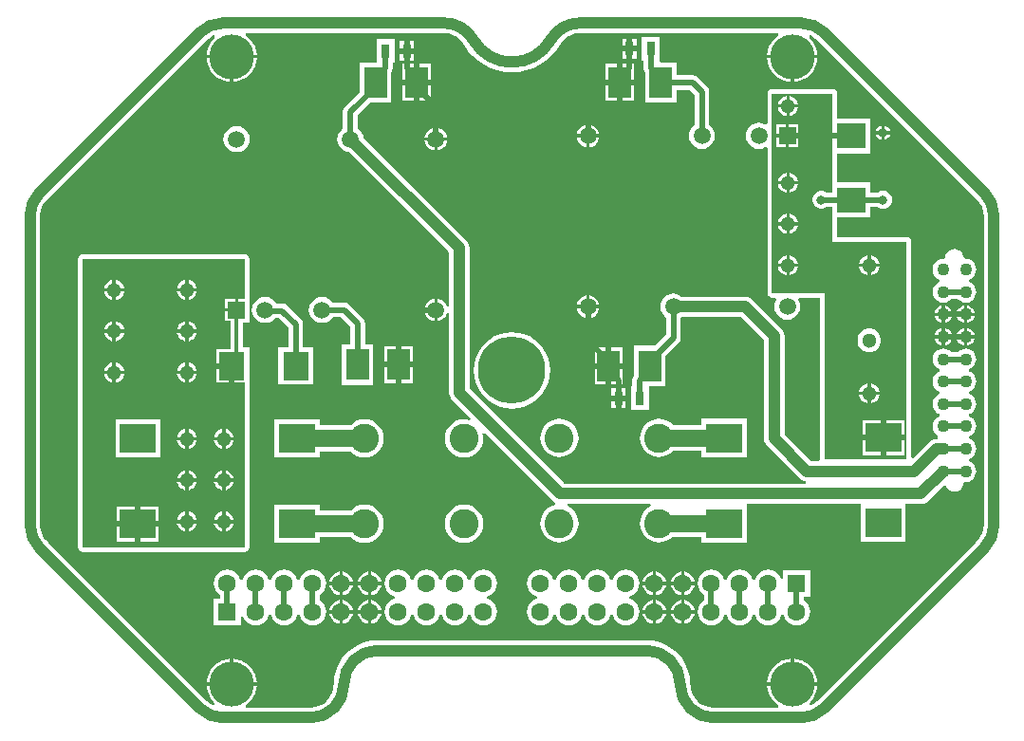
<source format=gtl>
G04*
G04 #@! TF.GenerationSoftware,Altium Limited,Altium Designer,22.1.2 (22)*
G04*
G04 Layer_Physical_Order=1*
G04 Layer_Color=5064179*
%FSAX42Y42*%
%MOMM*%
G71*
G04*
G04 #@! TF.SameCoordinates,E4BEF061-03AA-43A3-B299-508BB52D99EE*
G04*
G04*
G04 #@! TF.FilePolarity,Positive*
G04*
G01*
G75*
%ADD11C,0.30*%
%ADD33C,1.00*%
%ADD34R,0.80X1.30*%
%ADD35R,2.00X2.80*%
%ADD36R,2.30X2.50*%
%ADD37R,2.50X2.30*%
%ADD38R,3.20X2.60*%
%ADD39C,0.50*%
%ADD40C,0.70*%
%ADD41C,1.50*%
%ADD42R,1.52X1.52*%
%ADD43C,1.52*%
%ADD44C,1.10*%
%ADD45C,1.60*%
%ADD46R,1.60X1.60*%
%ADD47C,2.60*%
%ADD48C,1.30*%
%ADD49C,0.80*%
%ADD50C,6.00*%
%ADD51C,4.00*%
%ADD52C,0.60*%
G36*
X008947Y007319D02*
X008944Y007318D01*
X008910Y007290D01*
X008882Y007256D01*
X008861Y007217D01*
X008848Y007174D01*
X008845Y007145D01*
X009295D01*
X009292Y007174D01*
X009279Y007217D01*
X009258Y007256D01*
X009230Y007290D01*
X009222Y007296D01*
X009227Y007318D01*
X009235Y007319D01*
X009262Y007304D01*
X009279Y007291D01*
X009294Y007278D01*
X009308Y007264D01*
X010718Y005854D01*
X010720Y005852D01*
X010744Y005822D01*
X010764Y005786D01*
X010776Y005747D01*
X010780Y005706D01*
X010779Y005706D01*
X010779D01*
X010780Y005698D01*
Y002962D01*
X010779Y002954D01*
X010779D01*
X010780Y002954D01*
X010776Y002913D01*
X010764Y002874D01*
X010744Y002838D01*
X010731Y002821D01*
X010718Y002806D01*
X010704Y002792D01*
X009294Y001382D01*
X009294Y001382D01*
X009279Y001369D01*
X009262Y001356D01*
X009235Y001341D01*
X009227Y001342D01*
X009222Y001364D01*
X009230Y001370D01*
X009258Y001404D01*
X009279Y001443D01*
X009292Y001486D01*
X009295Y001515D01*
X008845D01*
X008848Y001486D01*
X008861Y001443D01*
X008882Y001404D01*
X008910Y001370D01*
X008944Y001342D01*
X008947Y001341D01*
X008942Y001321D01*
X008370D01*
X008368Y001320D01*
X008329Y001324D01*
X008290Y001336D01*
X008253Y001356D01*
X008222Y001382D01*
X008196Y001413D01*
X008176Y001450D01*
X008164Y001489D01*
X008162Y001510D01*
X008161Y001530D01*
X008161D01*
X008156Y001591D01*
X008142Y001651D01*
X008119Y001708D01*
X008086Y001760D01*
X008047Y001807D01*
X008000Y001846D01*
X007948Y001879D01*
X007891Y001902D01*
X007831Y001916D01*
X007770Y001921D01*
Y001921D01*
X005370D01*
Y001921D01*
X005309Y001916D01*
X005249Y001902D01*
X005192Y001879D01*
X005140Y001846D01*
X005093Y001807D01*
X005054Y001760D01*
X005021Y001708D01*
X004998Y001651D01*
X004984Y001591D01*
X004979Y001530D01*
X004979D01*
X004978Y001510D01*
X004976Y001489D01*
X004964Y001450D01*
X004944Y001413D01*
X004918Y001382D01*
X004887Y001356D01*
X004850Y001336D01*
X004811Y001324D01*
X004772Y001320D01*
X004770Y001321D01*
X004198D01*
X004193Y001341D01*
X004196Y001342D01*
X004230Y001370D01*
X004258Y001404D01*
X004279Y001443D01*
X004292Y001486D01*
X004295Y001515D01*
X003845D01*
X003848Y001486D01*
X003861Y001443D01*
X003882Y001404D01*
X003910Y001370D01*
X003918Y001364D01*
X003913Y001342D01*
X003905Y001341D01*
X003878Y001356D01*
X003848Y001380D01*
X003846Y001382D01*
X002436Y002792D01*
X002422Y002806D01*
X002409Y002821D01*
X002396Y002838D01*
X002376Y002874D01*
X002364Y002913D01*
X002362Y002935D01*
X002361Y002954D01*
X002361Y002954D01*
X002361Y002974D01*
Y005686D01*
X002361Y005686D01*
X002361Y005706D01*
X002362Y005725D01*
X002364Y005747D01*
X002376Y005786D01*
X002396Y005822D01*
X002409Y005839D01*
X002422Y005854D01*
X002422Y005854D01*
X003832Y007264D01*
X003846Y007278D01*
X003861Y007291D01*
X003878Y007304D01*
X003905Y007319D01*
X003913Y007318D01*
X003918Y007296D01*
X003910Y007290D01*
X003882Y007256D01*
X003861Y007217D01*
X003848Y007174D01*
X003845Y007145D01*
X004295D01*
X004292Y007174D01*
X004279Y007217D01*
X004258Y007256D01*
X004230Y007290D01*
X004196Y007318D01*
X004193Y007319D01*
X004198Y007339D01*
X005944D01*
X005944Y007339D01*
X005964Y007339D01*
X005983Y007338D01*
X006005Y007336D01*
X006044Y007324D01*
X006080Y007304D01*
X006112Y007278D01*
X006138Y007247D01*
X006145Y007234D01*
X006145Y007234D01*
X006180Y007181D01*
X006223Y007133D01*
X006271Y007090D01*
X006324Y007055D01*
X006382Y007026D01*
X006443Y007006D01*
X006506Y006993D01*
X006570Y006989D01*
X006634Y006993D01*
X006697Y007006D01*
X006758Y007026D01*
X006816Y007055D01*
X006869Y007090D01*
X006917Y007133D01*
X006960Y007181D01*
X006995Y007234D01*
X006995Y007234D01*
X007002Y007247D01*
X007028Y007278D01*
X007060Y007304D01*
X007096Y007324D01*
X007135Y007336D01*
X007157Y007338D01*
X007176Y007339D01*
Y007339D01*
X007176Y007339D01*
X008942D01*
X008947Y007319D01*
D02*
G37*
%LPC*%
G36*
X007684Y007290D02*
X007644D01*
Y007225D01*
X007684D01*
Y007290D01*
D02*
G37*
G36*
X007594D02*
X007554D01*
Y007225D01*
X007594D01*
Y007290D01*
D02*
G37*
G36*
X005696Y007270D02*
X005656D01*
Y007205D01*
X005696D01*
Y007270D01*
D02*
G37*
G36*
X005606D02*
X005566D01*
Y007205D01*
X005606D01*
Y007270D01*
D02*
G37*
G36*
X007684Y007175D02*
X007644D01*
Y007110D01*
X007684D01*
Y007175D01*
D02*
G37*
G36*
X007594D02*
X007554D01*
Y007110D01*
X007594D01*
Y007175D01*
D02*
G37*
G36*
X005696Y007155D02*
X005656D01*
Y007090D01*
X005696D01*
Y007155D01*
D02*
G37*
G36*
X005606D02*
X005566D01*
Y007090D01*
X005606D01*
Y007155D01*
D02*
G37*
G36*
X007655Y007065D02*
X007555D01*
Y006925D01*
X007655D01*
Y007065D01*
D02*
G37*
G36*
X007505D02*
X007405D01*
Y006925D01*
X007505D01*
Y007065D01*
D02*
G37*
G36*
X005845Y007065D02*
X005745D01*
Y006925D01*
X005845D01*
Y007065D01*
D02*
G37*
G36*
X005695D02*
X005595D01*
Y006925D01*
X005695D01*
Y007065D01*
D02*
G37*
G36*
X009295Y007115D02*
X009085D01*
Y006905D01*
X009114Y006908D01*
X009157Y006921D01*
X009196Y006942D01*
X009230Y006970D01*
X009258Y007004D01*
X009279Y007043D01*
X009292Y007086D01*
X009295Y007115D01*
D02*
G37*
G36*
X009055D02*
X008845D01*
X008848Y007086D01*
X008861Y007043D01*
X008882Y007004D01*
X008910Y006970D01*
X008944Y006942D01*
X008983Y006921D01*
X009026Y006908D01*
X009055Y006905D01*
Y007115D01*
D02*
G37*
G36*
X004295D02*
X004085D01*
Y006905D01*
X004114Y006908D01*
X004157Y006921D01*
X004196Y006942D01*
X004230Y006970D01*
X004258Y007004D01*
X004279Y007043D01*
X004292Y007086D01*
X004295Y007115D01*
D02*
G37*
G36*
X004055D02*
X003845D01*
X003848Y007086D01*
X003861Y007043D01*
X003882Y007004D01*
X003910Y006970D01*
X003944Y006942D01*
X003983Y006921D01*
X004026Y006908D01*
X004055Y006905D01*
Y007115D01*
D02*
G37*
G36*
X007655Y006875D02*
X007555D01*
Y006735D01*
X007655D01*
Y006875D01*
D02*
G37*
G36*
X007505D02*
X007405D01*
Y006735D01*
X007505D01*
Y006875D01*
D02*
G37*
G36*
X005845Y006875D02*
X005745D01*
Y006735D01*
X005845D01*
Y006875D01*
D02*
G37*
G36*
X005695D02*
X005595D01*
Y006735D01*
X005695D01*
Y006875D01*
D02*
G37*
G36*
X009895Y006513D02*
Y006465D01*
X009943D01*
X009941Y006475D01*
X009927Y006497D01*
X009905Y006511D01*
X009895Y006513D01*
D02*
G37*
G36*
X009865D02*
X009855Y006511D01*
X009833Y006497D01*
X009819Y006475D01*
X009817Y006465D01*
X009865D01*
Y006513D01*
D02*
G37*
G36*
X007263Y006522D02*
Y006437D01*
X007348D01*
X007346Y006448D01*
X007336Y006473D01*
X007320Y006494D01*
X007299Y006510D01*
X007274Y006521D01*
X007263Y006522D01*
D02*
G37*
G36*
X007233D02*
X007221Y006521D01*
X007197Y006510D01*
X007176Y006494D01*
X007159Y006473D01*
X007149Y006448D01*
X007148Y006437D01*
X007233D01*
Y006522D01*
D02*
G37*
G36*
X005907Y006494D02*
Y006409D01*
X005992D01*
X005990Y006420D01*
X005980Y006445D01*
X005964Y006466D01*
X005943Y006482D01*
X005918Y006493D01*
X005907Y006494D01*
D02*
G37*
G36*
X005877D02*
X005865Y006493D01*
X005841Y006482D01*
X005819Y006466D01*
X005803Y006445D01*
X005793Y006420D01*
X005791Y006409D01*
X005877D01*
Y006494D01*
D02*
G37*
G36*
X009943Y006435D02*
X009895D01*
Y006387D01*
X009905Y006389D01*
X009927Y006403D01*
X009941Y006425D01*
X009943Y006435D01*
D02*
G37*
G36*
X009865D02*
X009817D01*
X009819Y006425D01*
X009833Y006403D01*
X009855Y006389D01*
X009865Y006387D01*
Y006435D01*
D02*
G37*
G36*
X007348Y006407D02*
X007263D01*
Y006322D01*
X007274Y006323D01*
X007299Y006334D01*
X007320Y006350D01*
X007336Y006371D01*
X007346Y006396D01*
X007348Y006407D01*
D02*
G37*
G36*
X007233D02*
X007148D01*
X007149Y006396D01*
X007159Y006371D01*
X007176Y006350D01*
X007197Y006334D01*
X007221Y006323D01*
X007233Y006322D01*
Y006407D01*
D02*
G37*
G36*
X007889Y007305D02*
X007729D01*
Y007095D01*
X007743D01*
Y007029D01*
X007748Y007004D01*
X007758Y006988D01*
Y006720D01*
X008038D01*
Y006834D01*
X008153D01*
X008198Y006789D01*
Y006518D01*
X008181Y006505D01*
X008162Y006481D01*
X008151Y006452D01*
X008147Y006422D01*
X008151Y006392D01*
X008162Y006363D01*
X008181Y006339D01*
X008205Y006320D01*
X008233Y006309D01*
X008264Y006305D01*
X008294Y006309D01*
X008322Y006320D01*
X008347Y006339D01*
X008365Y006363D01*
X008377Y006392D01*
X008381Y006422D01*
X008377Y006452D01*
X008365Y006481D01*
X008347Y006505D01*
X008330Y006518D01*
Y006816D01*
X008325Y006842D01*
X008311Y006863D01*
X008227Y006947D01*
X008205Y006961D01*
X008180Y006966D01*
X008038D01*
Y007080D01*
X007901D01*
X007889Y007095D01*
Y007305D01*
D02*
G37*
G36*
X005992Y006379D02*
X005907D01*
Y006294D01*
X005918Y006295D01*
X005943Y006306D01*
X005964Y006322D01*
X005980Y006343D01*
X005990Y006368D01*
X005992Y006379D01*
D02*
G37*
G36*
X005877D02*
X005791D01*
X005793Y006368D01*
X005803Y006343D01*
X005819Y006322D01*
X005841Y006306D01*
X005865Y006295D01*
X005877Y006294D01*
Y006379D01*
D02*
G37*
G36*
X004114Y006511D02*
X004083Y006507D01*
X004055Y006496D01*
X004031Y006477D01*
X004012Y006453D01*
X004000Y006424D01*
X003996Y006394D01*
X004000Y006364D01*
X004012Y006335D01*
X004031Y006311D01*
X004055Y006292D01*
X004083Y006281D01*
X004114Y006277D01*
X004144Y006281D01*
X004172Y006292D01*
X004196Y006311D01*
X004215Y006335D01*
X004227Y006364D01*
X004231Y006394D01*
X004227Y006424D01*
X004215Y006453D01*
X004196Y006477D01*
X004172Y006496D01*
X004144Y006507D01*
X004114Y006511D01*
D02*
G37*
G36*
X005521Y007285D02*
X005361D01*
Y007080D01*
X005212D01*
Y006814D01*
X005083Y006685D01*
X005068Y006663D01*
X005063Y006638D01*
Y006490D01*
X005047Y006477D01*
X005028Y006453D01*
X005016Y006424D01*
X005012Y006394D01*
X005016Y006364D01*
X005028Y006335D01*
X005047Y006311D01*
X005071Y006292D01*
X005099Y006281D01*
X005117Y006278D01*
X006009Y005386D01*
Y004900D01*
X005990Y004896D01*
X005980Y004921D01*
X005964Y004942D01*
X005943Y004958D01*
X005918Y004969D01*
X005907Y004970D01*
Y004870D01*
Y004770D01*
X005918Y004771D01*
X005943Y004782D01*
X005964Y004798D01*
X005980Y004819D01*
X005990Y004844D01*
X006009Y004840D01*
Y004130D01*
X006012Y004107D01*
X006021Y004085D01*
X006036Y004066D01*
X006198Y003904D01*
X006187Y003886D01*
X006176Y003890D01*
X006142Y003893D01*
X006109Y003890D01*
X006077Y003880D01*
X006047Y003864D01*
X006021Y003843D01*
X006000Y003817D01*
X005984Y003787D01*
X005975Y003755D01*
X005971Y003722D01*
X005975Y003689D01*
X005984Y003657D01*
X006000Y003627D01*
X006021Y003601D01*
X006047Y003580D01*
X006077Y003564D01*
X006109Y003554D01*
X006142Y003551D01*
X006176Y003554D01*
X006208Y003564D01*
X006237Y003580D01*
X006263Y003601D01*
X006284Y003627D01*
X006300Y003657D01*
X006310Y003689D01*
X006313Y003722D01*
X006310Y003755D01*
X006306Y003767D01*
X006324Y003778D01*
X006936Y003166D01*
X006955Y003151D01*
X006955Y003151D01*
X006953Y003130D01*
X006927Y003123D01*
X006898Y003107D01*
X006872Y003085D01*
X006850Y003060D01*
X006835Y003030D01*
X006825Y002998D01*
X006822Y002965D01*
X006825Y002931D01*
X006835Y002899D01*
X006850Y002870D01*
X006872Y002844D01*
X006898Y002823D01*
X006927Y002807D01*
X006959Y002797D01*
X006993Y002794D01*
X007026Y002797D01*
X007058Y002807D01*
X007087Y002823D01*
X007113Y002844D01*
X007135Y002870D01*
X007150Y002899D01*
X007160Y002931D01*
X007163Y002965D01*
X007160Y002998D01*
X007150Y003030D01*
X007135Y003060D01*
X007113Y003085D01*
X007087Y003107D01*
X007064Y003119D01*
X007069Y003139D01*
X007805D01*
X007810Y003119D01*
X007787Y003107D01*
X007761Y003085D01*
X007739Y003060D01*
X007724Y003030D01*
X007714Y002998D01*
X007711Y002965D01*
X007714Y002931D01*
X007724Y002899D01*
X007739Y002870D01*
X007761Y002844D01*
X007787Y002823D01*
X007816Y002807D01*
X007848Y002797D01*
X007882Y002794D01*
X007915Y002797D01*
X007947Y002807D01*
X007976Y002823D01*
X008002Y002844D01*
X008004Y002846D01*
X008262D01*
Y002795D01*
X008662D01*
Y003119D01*
X008662Y003135D01*
X008681Y003139D01*
X009664D01*
X009682Y003137D01*
X009682Y003119D01*
Y002797D01*
X010082D01*
Y003119D01*
X010082Y003137D01*
X010101Y003139D01*
X010217D01*
X010241Y003142D01*
X010263Y003151D01*
X010282Y003166D01*
X010419Y003303D01*
X010442Y003298D01*
X010446Y003289D01*
X010459Y003272D01*
X010476Y003258D01*
X010496Y003250D01*
X010518Y003247D01*
X010539Y003250D01*
X010559Y003258D01*
X010577Y003272D01*
X010590Y003289D01*
X010598Y003309D01*
X010601Y003330D01*
X010621Y003335D01*
X010643Y003338D01*
X010666Y003347D01*
X010686Y003363D01*
X010701Y003382D01*
X010710Y003406D01*
X010714Y003430D01*
X010710Y003455D01*
X010701Y003478D01*
X010686Y003498D01*
X010666Y003513D01*
X010651Y003520D01*
Y003541D01*
X010666Y003547D01*
X010686Y003563D01*
X010701Y003582D01*
X010710Y003606D01*
X010714Y003630D01*
X010710Y003655D01*
X010701Y003678D01*
X010686Y003698D01*
X010666Y003713D01*
X010651Y003720D01*
Y003741D01*
X010666Y003747D01*
X010686Y003763D01*
X010701Y003782D01*
X010710Y003806D01*
X010714Y003830D01*
X010710Y003855D01*
X010701Y003878D01*
X010686Y003898D01*
X010666Y003913D01*
X010651Y003920D01*
Y003941D01*
X010666Y003947D01*
X010686Y003963D01*
X010701Y003982D01*
X010710Y004006D01*
X010714Y004030D01*
X010710Y004055D01*
X010701Y004078D01*
X010686Y004098D01*
X010666Y004113D01*
X010651Y004120D01*
Y004141D01*
X010666Y004147D01*
X010686Y004163D01*
X010701Y004182D01*
X010710Y004206D01*
X010714Y004230D01*
X010710Y004255D01*
X010701Y004278D01*
X010686Y004298D01*
X010666Y004313D01*
X010651Y004320D01*
Y004341D01*
X010666Y004347D01*
X010686Y004363D01*
X010701Y004382D01*
X010710Y004406D01*
X010714Y004430D01*
X010710Y004455D01*
X010701Y004478D01*
X010686Y004498D01*
X010666Y004513D01*
X010643Y004523D01*
X010618Y004526D01*
X010593Y004523D01*
X010570Y004513D01*
X010550Y004498D01*
X010549Y004497D01*
X010487D01*
X010486Y004498D01*
X010466Y004513D01*
X010443Y004523D01*
X010418Y004526D01*
X010393Y004523D01*
X010370Y004513D01*
X010350Y004498D01*
X010335Y004478D01*
X010325Y004455D01*
X010322Y004430D01*
X010325Y004406D01*
X010335Y004382D01*
X010350Y004363D01*
X010370Y004347D01*
X010385Y004341D01*
Y004320D01*
X010370Y004313D01*
X010350Y004298D01*
X010335Y004278D01*
X010325Y004255D01*
X010322Y004230D01*
X010325Y004206D01*
X010335Y004182D01*
X010350Y004163D01*
X010370Y004147D01*
X010385Y004141D01*
Y004120D01*
X010370Y004113D01*
X010350Y004098D01*
X010335Y004078D01*
X010325Y004055D01*
X010322Y004030D01*
X010325Y004006D01*
X010335Y003982D01*
X010350Y003963D01*
X010370Y003947D01*
X010385Y003941D01*
Y003920D01*
X010370Y003913D01*
X010350Y003898D01*
X010335Y003878D01*
X010325Y003855D01*
X010322Y003830D01*
X010325Y003806D01*
X010335Y003782D01*
X010350Y003763D01*
X010367Y003750D01*
X010370Y003741D01*
X010371Y003725D01*
X010365Y003719D01*
X010358D01*
X010335Y003716D01*
X010313Y003707D01*
X010294Y003693D01*
X010294Y003693D01*
X010151Y003549D01*
X010131Y003557D01*
Y005480D01*
X010128Y005496D01*
X010119Y005509D01*
X010106Y005518D01*
X010090Y005521D01*
X009471D01*
Y005697D01*
X009765D01*
Y005786D01*
X009835D01*
X009840Y005782D01*
X009859Y005774D01*
X009880Y005771D01*
X009901Y005774D01*
X009920Y005782D01*
X009937Y005795D01*
X009950Y005812D01*
X009958Y005831D01*
X009961Y005852D01*
X009958Y005873D01*
X009950Y005892D01*
X009937Y005909D01*
X009920Y005922D01*
X009901Y005930D01*
X009880Y005933D01*
X009859Y005930D01*
X009840Y005922D01*
X009835Y005918D01*
X009765D01*
Y006007D01*
X009471D01*
Y006267D01*
X009765D01*
Y006577D01*
X009471D01*
Y006800D01*
X009468Y006816D01*
X009459Y006829D01*
X009446Y006838D01*
X009430Y006841D01*
X008890Y006841D01*
X008874Y006838D01*
X008861Y006829D01*
X008852Y006816D01*
X008849Y006800D01*
Y006532D01*
X008831Y006523D01*
X008830Y006523D01*
X008802Y006535D01*
X008772Y006539D01*
X008741Y006535D01*
X008713Y006523D01*
X008689Y006505D01*
X008670Y006481D01*
X008659Y006452D01*
X008655Y006422D01*
X008659Y006392D01*
X008670Y006363D01*
X008689Y006339D01*
X008713Y006320D01*
X008741Y006309D01*
X008772Y006305D01*
X008802Y006309D01*
X008830Y006320D01*
X008831Y006321D01*
X008849Y006312D01*
Y005020D01*
X008852Y005004D01*
X008861Y004991D01*
X008874Y004982D01*
X008890Y004979D01*
X008919D01*
X008928Y004961D01*
X008924Y004957D01*
X008913Y004928D01*
X008909Y004898D01*
X008913Y004868D01*
X008924Y004839D01*
X008943Y004815D01*
X008967Y004796D01*
X008995Y004785D01*
X009026Y004781D01*
X009056Y004785D01*
X009084Y004796D01*
X009109Y004815D01*
X009127Y004839D01*
X009139Y004868D01*
X009143Y004898D01*
X009139Y004928D01*
X009127Y004957D01*
X009124Y004961D01*
X009133Y004979D01*
X009317D01*
Y003540D01*
X009301Y003521D01*
X009238D01*
X009001Y003758D01*
Y004640D01*
X008998Y004663D01*
X008989Y004685D01*
X008974Y004704D01*
X008716Y004962D01*
X008697Y004977D01*
X008676Y004986D01*
X008652Y004989D01*
X008082D01*
X008068Y004999D01*
X008040Y005011D01*
X008010Y005015D01*
X007979Y005011D01*
X007951Y004999D01*
X007927Y004981D01*
X007908Y004957D01*
X007897Y004928D01*
X007893Y004898D01*
X007897Y004868D01*
X007908Y004839D01*
X007927Y004815D01*
X007944Y004802D01*
Y004647D01*
X007846Y004550D01*
X007660D01*
Y004282D01*
X007650Y004266D01*
X007645Y004241D01*
Y004185D01*
X007631D01*
Y003975D01*
X007791D01*
Y004185D01*
X007809Y004190D01*
X007940D01*
Y004456D01*
X008057Y004573D01*
X008071Y004594D01*
X008076Y004620D01*
Y004802D01*
X008082Y004807D01*
X008614D01*
X008819Y004602D01*
Y003720D01*
X008822Y003697D01*
X008831Y003675D01*
X008846Y003656D01*
X009136Y003366D01*
X009155Y003351D01*
X009177Y003342D01*
X009188Y003341D01*
X009187Y003321D01*
X007038D01*
X006191Y004168D01*
Y005424D01*
X006188Y005447D01*
X006179Y005469D01*
X006164Y005488D01*
X005245Y006407D01*
X005243Y006424D01*
X005231Y006453D01*
X005212Y006477D01*
X005196Y006490D01*
Y006610D01*
X005305Y006720D01*
X005492D01*
Y006988D01*
X005502Y007004D01*
X005507Y007029D01*
Y007075D01*
X005521D01*
Y007285D01*
D02*
G37*
G36*
X010518Y005414D02*
X010496Y005411D01*
X010476Y005402D01*
X010459Y005389D01*
X010446Y005372D01*
X010437Y005352D01*
X010435Y005330D01*
X010415Y005326D01*
X010393Y005323D01*
X010370Y005313D01*
X010350Y005298D01*
X010335Y005278D01*
X010325Y005255D01*
X010322Y005230D01*
X010325Y005206D01*
X010335Y005182D01*
X010350Y005163D01*
X010370Y005147D01*
X010385Y005141D01*
Y005120D01*
X010370Y005113D01*
X010350Y005098D01*
X010335Y005078D01*
X010325Y005055D01*
X010322Y005030D01*
X010325Y005006D01*
X010335Y004982D01*
X010350Y004963D01*
X010370Y004947D01*
X010393Y004938D01*
X010418Y004935D01*
X010443Y004938D01*
X010466Y004947D01*
X010486Y004963D01*
X010487Y004964D01*
X010549D01*
X010550Y004963D01*
X010570Y004947D01*
X010593Y004938D01*
X010618Y004935D01*
X010643Y004938D01*
X010666Y004947D01*
X010686Y004963D01*
X010701Y004982D01*
X010710Y005006D01*
X010714Y005030D01*
X010710Y005055D01*
X010701Y005078D01*
X010686Y005098D01*
X010666Y005113D01*
X010651Y005120D01*
Y005141D01*
X010666Y005147D01*
X010686Y005163D01*
X010701Y005182D01*
X010710Y005206D01*
X010714Y005230D01*
X010710Y005255D01*
X010701Y005278D01*
X010686Y005298D01*
X010666Y005313D01*
X010643Y005323D01*
X010621Y005326D01*
X010601Y005330D01*
X010598Y005352D01*
X010590Y005372D01*
X010577Y005389D01*
X010559Y005402D01*
X010539Y005411D01*
X010518Y005414D01*
D02*
G37*
G36*
X007263Y004998D02*
Y004913D01*
X007348D01*
X007346Y004924D01*
X007336Y004949D01*
X007320Y004970D01*
X007299Y004986D01*
X007274Y004997D01*
X007263Y004998D01*
D02*
G37*
G36*
X007233D02*
X007221Y004997D01*
X007197Y004986D01*
X007176Y004970D01*
X007159Y004949D01*
X007149Y004924D01*
X007148Y004913D01*
X007233D01*
Y004998D01*
D02*
G37*
G36*
X005877Y004970D02*
X005865Y004969D01*
X005841Y004958D01*
X005819Y004942D01*
X005803Y004921D01*
X005793Y004896D01*
X005791Y004885D01*
X005877D01*
Y004970D01*
D02*
G37*
G36*
X010633Y004909D02*
Y004845D01*
X010697D01*
X010696Y004851D01*
X010688Y004871D01*
X010675Y004887D01*
X010658Y004900D01*
X010639Y004908D01*
X010633Y004909D01*
D02*
G37*
G36*
X010433D02*
Y004845D01*
X010497D01*
X010496Y004851D01*
X010488Y004871D01*
X010475Y004887D01*
X010458Y004900D01*
X010439Y004908D01*
X010433Y004909D01*
D02*
G37*
G36*
X010603D02*
X010597Y004908D01*
X010577Y004900D01*
X010561Y004887D01*
X010548Y004871D01*
X010540Y004851D01*
X010539Y004845D01*
X010603D01*
Y004909D01*
D02*
G37*
G36*
X010403D02*
X010397Y004908D01*
X010377Y004900D01*
X010361Y004887D01*
X010348Y004871D01*
X010340Y004851D01*
X010339Y004845D01*
X010403D01*
Y004909D01*
D02*
G37*
G36*
X007348Y004883D02*
X007263D01*
Y004798D01*
X007274Y004799D01*
X007299Y004810D01*
X007320Y004826D01*
X007336Y004847D01*
X007346Y004872D01*
X007348Y004883D01*
D02*
G37*
G36*
X007233D02*
X007148D01*
X007149Y004872D01*
X007159Y004847D01*
X007176Y004826D01*
X007197Y004810D01*
X007221Y004799D01*
X007233Y004798D01*
Y004883D01*
D02*
G37*
G36*
X005877Y004855D02*
X005791D01*
X005793Y004844D01*
X005803Y004819D01*
X005819Y004798D01*
X005841Y004782D01*
X005865Y004771D01*
X005877Y004770D01*
Y004855D01*
D02*
G37*
G36*
X010697Y004815D02*
X010633D01*
Y004752D01*
X010639Y004752D01*
X010658Y004761D01*
X010675Y004773D01*
X010688Y004790D01*
X010696Y004810D01*
X010697Y004815D01*
D02*
G37*
G36*
X010497D02*
X010433D01*
Y004752D01*
X010439Y004752D01*
X010458Y004761D01*
X010475Y004773D01*
X010488Y004790D01*
X010496Y004810D01*
X010497Y004815D01*
D02*
G37*
G36*
X010603D02*
X010539D01*
X010540Y004810D01*
X010548Y004790D01*
X010561Y004773D01*
X010577Y004761D01*
X010597Y004752D01*
X010603Y004752D01*
Y004815D01*
D02*
G37*
G36*
X010403D02*
X010339D01*
X010340Y004810D01*
X010348Y004790D01*
X010361Y004773D01*
X010377Y004761D01*
X010397Y004752D01*
X010403Y004752D01*
Y004815D01*
D02*
G37*
G36*
X010633Y004709D02*
Y004645D01*
X010697D01*
X010696Y004651D01*
X010688Y004671D01*
X010675Y004687D01*
X010658Y004700D01*
X010639Y004708D01*
X010633Y004709D01*
D02*
G37*
G36*
X010433D02*
Y004645D01*
X010497D01*
X010496Y004651D01*
X010488Y004671D01*
X010475Y004687D01*
X010458Y004700D01*
X010439Y004708D01*
X010433Y004709D01*
D02*
G37*
G36*
X010603D02*
X010597Y004708D01*
X010577Y004700D01*
X010561Y004687D01*
X010548Y004671D01*
X010540Y004651D01*
X010539Y004645D01*
X010603D01*
Y004709D01*
D02*
G37*
G36*
X010403D02*
X010397Y004708D01*
X010377Y004700D01*
X010361Y004687D01*
X010348Y004671D01*
X010340Y004651D01*
X010339Y004645D01*
X010403D01*
Y004709D01*
D02*
G37*
G36*
X010697Y004615D02*
X010633D01*
Y004552D01*
X010639Y004552D01*
X010658Y004561D01*
X010675Y004573D01*
X010688Y004590D01*
X010696Y004610D01*
X010697Y004615D01*
D02*
G37*
G36*
X010497D02*
X010433D01*
Y004552D01*
X010439Y004552D01*
X010458Y004561D01*
X010475Y004573D01*
X010488Y004590D01*
X010496Y004610D01*
X010497Y004615D01*
D02*
G37*
G36*
X010603D02*
X010539D01*
X010540Y004610D01*
X010548Y004590D01*
X010561Y004573D01*
X010577Y004561D01*
X010597Y004552D01*
X010603Y004552D01*
Y004615D01*
D02*
G37*
G36*
X010403D02*
X010339D01*
X010340Y004610D01*
X010348Y004590D01*
X010361Y004573D01*
X010377Y004561D01*
X010397Y004552D01*
X010403Y004552D01*
Y004615D01*
D02*
G37*
G36*
X005685Y004545D02*
X005585D01*
Y004405D01*
X005685D01*
Y004545D01*
D02*
G37*
G36*
X005535D02*
X005435D01*
Y004405D01*
X005535D01*
Y004545D01*
D02*
G37*
G36*
X007557Y004535D02*
X007457D01*
Y004395D01*
X007557D01*
Y004535D01*
D02*
G37*
G36*
X007407D02*
X007307D01*
Y004395D01*
X007407D01*
Y004535D01*
D02*
G37*
G36*
X005685Y004355D02*
X005585D01*
Y004215D01*
X005685D01*
Y004355D01*
D02*
G37*
G36*
X005535D02*
X005435D01*
Y004215D01*
X005535D01*
Y004355D01*
D02*
G37*
G36*
X007557Y004345D02*
X007457D01*
Y004205D01*
X007557D01*
Y004345D01*
D02*
G37*
G36*
X007407D02*
X007307D01*
Y004205D01*
X007407D01*
Y004345D01*
D02*
G37*
G36*
X004368Y004987D02*
X004337Y004983D01*
X004309Y004972D01*
X004285Y004953D01*
X004266Y004929D01*
X004254Y004900D01*
X004250Y004870D01*
X004254Y004840D01*
X004266Y004811D01*
X004285Y004787D01*
X004309Y004768D01*
X004337Y004757D01*
X004368Y004753D01*
X004398Y004757D01*
X004426Y004768D01*
X004450Y004787D01*
X004456Y004795D01*
X004491D01*
X004574Y004713D01*
Y004535D01*
X004485D01*
Y004205D01*
X004795D01*
Y004535D01*
X004706D01*
Y004740D01*
X004701Y004765D01*
X004687Y004787D01*
X004566Y004908D01*
X004544Y004922D01*
X004519Y004927D01*
X004470D01*
X004469Y004929D01*
X004450Y004953D01*
X004426Y004972D01*
X004398Y004983D01*
X004368Y004987D01*
D02*
G37*
G36*
X004876D02*
X004845Y004983D01*
X004817Y004972D01*
X004793Y004953D01*
X004774Y004929D01*
X004762Y004900D01*
X004758Y004870D01*
X004762Y004840D01*
X004774Y004811D01*
X004793Y004787D01*
X004817Y004768D01*
X004845Y004757D01*
X004876Y004753D01*
X004906Y004757D01*
X004934Y004768D01*
X004958Y004787D01*
X004971Y004804D01*
X005044D01*
X005125Y004723D01*
Y004560D01*
X005052D01*
Y004200D01*
X005332D01*
Y004560D01*
X005258D01*
Y004750D01*
X005253Y004775D01*
X005239Y004797D01*
X005119Y004917D01*
X005097Y004931D01*
X005072Y004936D01*
X004971D01*
X004958Y004953D01*
X004934Y004972D01*
X004906Y004983D01*
X004876Y004987D01*
D02*
G37*
G36*
X007586Y004170D02*
X007546D01*
Y004105D01*
X007586D01*
Y004170D01*
D02*
G37*
G36*
X007496D02*
X007456D01*
Y004105D01*
X007496D01*
Y004170D01*
D02*
G37*
G36*
X007586Y004055D02*
X007546D01*
Y003990D01*
X007586D01*
Y004055D01*
D02*
G37*
G36*
X007496D02*
X007456D01*
Y003990D01*
X007496D01*
Y004055D01*
D02*
G37*
G36*
X006570Y004671D02*
X006516Y004667D01*
X006464Y004654D01*
X006415Y004634D01*
X006369Y004606D01*
X006329Y004571D01*
X006294Y004531D01*
X006266Y004485D01*
X006245Y004435D01*
X006233Y004383D01*
X006229Y004330D01*
X006233Y004277D01*
X006245Y004225D01*
X006266Y004175D01*
X006294Y004130D01*
X006329Y004089D01*
X006369Y004054D01*
X006415Y004026D01*
X006464Y004006D01*
X006516Y003993D01*
X006570Y003989D01*
X006623Y003993D01*
X006675Y004006D01*
X006725Y004026D01*
X006770Y004054D01*
X006811Y004089D01*
X006846Y004130D01*
X006874Y004175D01*
X006894Y004225D01*
X006907Y004277D01*
X006911Y004330D01*
X006907Y004383D01*
X006894Y004435D01*
X006874Y004485D01*
X006846Y004531D01*
X006811Y004571D01*
X006770Y004606D01*
X006725Y004634D01*
X006675Y004654D01*
X006623Y004667D01*
X006570Y004671D01*
D02*
G37*
G36*
X005253Y003893D02*
X005220Y003890D01*
X005188Y003880D01*
X005158Y003864D01*
X005132Y003843D01*
X005128Y003838D01*
X004853D01*
Y003892D01*
X004453D01*
Y003552D01*
X004853D01*
Y003606D01*
X005128D01*
X005132Y003601D01*
X005158Y003580D01*
X005188Y003564D01*
X005220Y003554D01*
X005253Y003551D01*
X005287Y003554D01*
X005319Y003564D01*
X005348Y003580D01*
X005374Y003601D01*
X005395Y003627D01*
X005411Y003657D01*
X005421Y003689D01*
X005424Y003722D01*
X005421Y003755D01*
X005411Y003787D01*
X005395Y003817D01*
X005374Y003843D01*
X005348Y003864D01*
X005319Y003880D01*
X005287Y003890D01*
X005253Y003893D01*
D02*
G37*
G36*
X007882Y003898D02*
X007848Y003894D01*
X007816Y003885D01*
X007787Y003869D01*
X007761Y003847D01*
X007739Y003822D01*
X007724Y003792D01*
X007714Y003760D01*
X007711Y003727D01*
X007714Y003693D01*
X007724Y003661D01*
X007739Y003632D01*
X007761Y003606D01*
X007787Y003585D01*
X007816Y003569D01*
X007848Y003559D01*
X007882Y003556D01*
X007915Y003559D01*
X007947Y003569D01*
X007976Y003585D01*
X008002Y003606D01*
X008006Y003611D01*
X008262D01*
Y003557D01*
X008662D01*
Y003897D01*
X008262D01*
Y003843D01*
X008006D01*
X008002Y003847D01*
X007976Y003869D01*
X007947Y003885D01*
X007915Y003894D01*
X007882Y003898D01*
D02*
G37*
G36*
X006993D02*
X006959Y003894D01*
X006927Y003885D01*
X006898Y003869D01*
X006872Y003847D01*
X006850Y003822D01*
X006835Y003792D01*
X006825Y003760D01*
X006822Y003727D01*
X006825Y003693D01*
X006835Y003661D01*
X006850Y003632D01*
X006872Y003606D01*
X006898Y003585D01*
X006927Y003569D01*
X006959Y003559D01*
X006993Y003556D01*
X007026Y003559D01*
X007058Y003569D01*
X007087Y003585D01*
X007113Y003606D01*
X007135Y003632D01*
X007150Y003661D01*
X007160Y003693D01*
X007163Y003727D01*
X007160Y003760D01*
X007150Y003792D01*
X007135Y003822D01*
X007113Y003847D01*
X007087Y003869D01*
X007058Y003885D01*
X007026Y003894D01*
X006993Y003898D01*
D02*
G37*
G36*
X005253Y003131D02*
X005220Y003128D01*
X005188Y003118D01*
X005158Y003102D01*
X005132Y003081D01*
X005128Y003076D01*
X004853D01*
Y003130D01*
X004453D01*
Y002790D01*
X004853D01*
Y002844D01*
X005128D01*
X005132Y002839D01*
X005158Y002818D01*
X005188Y002802D01*
X005220Y002792D01*
X005253Y002789D01*
X005287Y002792D01*
X005319Y002802D01*
X005348Y002818D01*
X005374Y002839D01*
X005395Y002865D01*
X005411Y002895D01*
X005421Y002927D01*
X005424Y002960D01*
X005421Y002993D01*
X005411Y003025D01*
X005395Y003055D01*
X005374Y003081D01*
X005348Y003102D01*
X005319Y003118D01*
X005287Y003128D01*
X005253Y003131D01*
D02*
G37*
G36*
X006142D02*
X006109Y003128D01*
X006077Y003118D01*
X006047Y003102D01*
X006021Y003081D01*
X006000Y003055D01*
X005984Y003025D01*
X005975Y002993D01*
X005971Y002960D01*
X005975Y002927D01*
X005984Y002895D01*
X006000Y002865D01*
X006021Y002839D01*
X006047Y002818D01*
X006077Y002802D01*
X006109Y002792D01*
X006142Y002789D01*
X006176Y002792D01*
X006208Y002802D01*
X006237Y002818D01*
X006263Y002839D01*
X006284Y002865D01*
X006300Y002895D01*
X006310Y002927D01*
X006313Y002960D01*
X006310Y002993D01*
X006300Y003025D01*
X006284Y003055D01*
X006263Y003081D01*
X006237Y003102D01*
X006208Y003118D01*
X006176Y003128D01*
X006142Y003131D01*
D02*
G37*
G36*
X004185Y005366D02*
X002740D01*
X002724Y005363D01*
X002711Y005354D01*
X002702Y005341D01*
X002699Y005325D01*
Y004250D01*
Y002750D01*
X002702Y002734D01*
X002711Y002721D01*
X002724Y002712D01*
X002740Y002709D01*
X004185D01*
X004201Y002712D01*
X004214Y002721D01*
X004223Y002734D01*
X004226Y002750D01*
Y004140D01*
Y004220D01*
X004225Y004224D01*
Y004535D01*
X004170D01*
Y004754D01*
X004230D01*
Y004986D01*
X004226D01*
Y005325D01*
X004223Y005341D01*
X004214Y005354D01*
X004201Y005363D01*
X004185Y005366D01*
D02*
G37*
G36*
X006316Y002551D02*
X006284Y002547D01*
X006255Y002535D01*
X006230Y002516D01*
X006211Y002491D01*
X006199Y002461D01*
X006199Y002461D01*
X006179D01*
X006179Y002461D01*
X006167Y002491D01*
X006147Y002516D01*
X006122Y002535D01*
X006093Y002547D01*
X006062Y002551D01*
X006030Y002547D01*
X006001Y002535D01*
X005976Y002516D01*
X005957Y002491D01*
X005945Y002461D01*
X005945Y002461D01*
X005925D01*
X005925Y002461D01*
X005913Y002491D01*
X005893Y002516D01*
X005868Y002535D01*
X005839Y002547D01*
X005808Y002551D01*
X005776Y002547D01*
X005747Y002535D01*
X005722Y002516D01*
X005703Y002491D01*
X005691Y002461D01*
X005691Y002461D01*
X005671D01*
X005671Y002461D01*
X005659Y002491D01*
X005639Y002516D01*
X005614Y002535D01*
X005585Y002547D01*
X005554Y002551D01*
X005522Y002547D01*
X005493Y002535D01*
X005468Y002516D01*
X005449Y002491D01*
X005437Y002461D01*
X005433Y002430D01*
X005437Y002399D01*
X005449Y002369D01*
X005468Y002344D01*
X005493Y002325D01*
X005522Y002313D01*
X005522Y002313D01*
Y002293D01*
X005522Y002293D01*
X005493Y002281D01*
X005468Y002262D01*
X005449Y002237D01*
X005437Y002207D01*
X005433Y002176D01*
X005437Y002145D01*
X005449Y002115D01*
X005468Y002090D01*
X005493Y002071D01*
X005522Y002059D01*
X005554Y002055D01*
X005585Y002059D01*
X005614Y002071D01*
X005639Y002090D01*
X005659Y002115D01*
X005671Y002145D01*
X005671Y002145D01*
X005691D01*
X005691Y002145D01*
X005703Y002115D01*
X005722Y002090D01*
X005747Y002071D01*
X005776Y002059D01*
X005808Y002055D01*
X005839Y002059D01*
X005868Y002071D01*
X005893Y002090D01*
X005913Y002115D01*
X005925Y002145D01*
X005925Y002145D01*
X005945D01*
X005945Y002145D01*
X005957Y002115D01*
X005976Y002090D01*
X006001Y002071D01*
X006030Y002059D01*
X006062Y002055D01*
X006093Y002059D01*
X006122Y002071D01*
X006147Y002090D01*
X006167Y002115D01*
X006179Y002145D01*
X006179Y002145D01*
X006199D01*
X006199Y002145D01*
X006211Y002115D01*
X006230Y002090D01*
X006255Y002071D01*
X006284Y002059D01*
X006316Y002055D01*
X006347Y002059D01*
X006376Y002071D01*
X006401Y002090D01*
X006421Y002115D01*
X006433Y002145D01*
X006437Y002176D01*
X006433Y002207D01*
X006421Y002237D01*
X006401Y002262D01*
X006376Y002281D01*
X006347Y002293D01*
X006347Y002293D01*
Y002313D01*
X006347Y002313D01*
X006376Y002325D01*
X006401Y002344D01*
X006421Y002369D01*
X006433Y002399D01*
X006437Y002430D01*
X006433Y002461D01*
X006421Y002491D01*
X006401Y002516D01*
X006376Y002535D01*
X006347Y002547D01*
X006316Y002551D01*
D02*
G37*
G36*
X004792D02*
X004760Y002547D01*
X004731Y002535D01*
X004706Y002516D01*
X004687Y002491D01*
X004675Y002461D01*
X004675Y002461D01*
X004655D01*
X004655Y002461D01*
X004643Y002491D01*
X004623Y002516D01*
X004598Y002535D01*
X004569Y002547D01*
X004538Y002551D01*
X004506Y002547D01*
X004477Y002535D01*
X004452Y002516D01*
X004433Y002491D01*
X004421Y002461D01*
X004421Y002461D01*
X004401D01*
X004401Y002461D01*
X004389Y002491D01*
X004369Y002516D01*
X004344Y002535D01*
X004315Y002547D01*
X004284Y002551D01*
X004252Y002547D01*
X004223Y002535D01*
X004198Y002516D01*
X004179Y002491D01*
X004167Y002461D01*
X004167Y002461D01*
X004147D01*
X004147Y002461D01*
X004135Y002491D01*
X004115Y002516D01*
X004090Y002535D01*
X004061Y002547D01*
X004030Y002551D01*
X003998Y002547D01*
X003969Y002535D01*
X003944Y002516D01*
X003925Y002491D01*
X003913Y002461D01*
X003909Y002430D01*
X003913Y002399D01*
X003925Y002369D01*
X003944Y002344D01*
X003963Y002330D01*
Y002296D01*
X003910D01*
Y002056D01*
X004150D01*
Y002134D01*
X004170Y002138D01*
X004179Y002115D01*
X004198Y002090D01*
X004223Y002071D01*
X004252Y002059D01*
X004284Y002055D01*
X004315Y002059D01*
X004344Y002071D01*
X004369Y002090D01*
X004389Y002115D01*
X004401Y002145D01*
X004401Y002145D01*
X004421D01*
X004421Y002145D01*
X004433Y002115D01*
X004452Y002090D01*
X004477Y002071D01*
X004506Y002059D01*
X004538Y002055D01*
X004569Y002059D01*
X004598Y002071D01*
X004623Y002090D01*
X004643Y002115D01*
X004655Y002145D01*
X004655Y002145D01*
X004675D01*
X004675Y002145D01*
X004687Y002115D01*
X004706Y002090D01*
X004731Y002071D01*
X004760Y002059D01*
X004792Y002055D01*
X004823Y002059D01*
X004852Y002071D01*
X004877Y002090D01*
X004897Y002115D01*
X004909Y002145D01*
X004913Y002176D01*
X004909Y002207D01*
X004897Y002237D01*
X004877Y002262D01*
X004858Y002276D01*
Y002330D01*
X004877Y002344D01*
X004897Y002369D01*
X004909Y002399D01*
X004913Y002430D01*
X004909Y002461D01*
X004897Y002491D01*
X004877Y002516D01*
X004852Y002535D01*
X004823Y002547D01*
X004792Y002551D01*
D02*
G37*
G36*
X008856Y002551D02*
X008824Y002547D01*
X008795Y002535D01*
X008770Y002516D01*
X008751Y002491D01*
X008739Y002461D01*
X008739Y002461D01*
X008719D01*
X008719Y002461D01*
X008707Y002491D01*
X008687Y002516D01*
X008662Y002535D01*
X008633Y002547D01*
X008602Y002551D01*
X008570Y002547D01*
X008541Y002535D01*
X008516Y002516D01*
X008497Y002491D01*
X008485Y002461D01*
X008485Y002461D01*
X008465D01*
X008465Y002461D01*
X008453Y002491D01*
X008433Y002516D01*
X008408Y002535D01*
X008379Y002547D01*
X008348Y002551D01*
X008316Y002547D01*
X008287Y002535D01*
X008262Y002516D01*
X008243Y002491D01*
X008231Y002461D01*
X008227Y002430D01*
X008231Y002399D01*
X008243Y002369D01*
X008262Y002344D01*
X008281Y002330D01*
Y002276D01*
X008262Y002262D01*
X008243Y002237D01*
X008231Y002207D01*
X008227Y002176D01*
X008231Y002145D01*
X008243Y002115D01*
X008262Y002090D01*
X008287Y002071D01*
X008316Y002059D01*
X008348Y002055D01*
X008379Y002059D01*
X008408Y002071D01*
X008433Y002090D01*
X008453Y002115D01*
X008465Y002145D01*
X008465Y002145D01*
X008485D01*
X008485Y002145D01*
X008497Y002115D01*
X008516Y002090D01*
X008541Y002071D01*
X008570Y002059D01*
X008602Y002055D01*
X008633Y002059D01*
X008662Y002071D01*
X008687Y002090D01*
X008707Y002115D01*
X008719Y002145D01*
X008719Y002145D01*
X008739D01*
X008739Y002145D01*
X008751Y002115D01*
X008770Y002090D01*
X008795Y002071D01*
X008824Y002059D01*
X008856Y002055D01*
X008887Y002059D01*
X008916Y002071D01*
X008941Y002090D01*
X008961Y002115D01*
X008973Y002145D01*
X008973Y002145D01*
X008993D01*
X008993Y002145D01*
X009005Y002115D01*
X009024Y002090D01*
X009049Y002071D01*
X009078Y002059D01*
X009110Y002055D01*
X009141Y002059D01*
X009170Y002071D01*
X009195Y002090D01*
X009215Y002115D01*
X009227Y002145D01*
X009231Y002176D01*
X009227Y002207D01*
X009215Y002237D01*
X009195Y002262D01*
X009176Y002276D01*
Y002310D01*
X009230D01*
Y002550D01*
X008990D01*
Y002472D01*
X008970Y002468D01*
X008961Y002491D01*
X008941Y002516D01*
X008916Y002535D01*
X008887Y002547D01*
X008856Y002551D01*
D02*
G37*
G36*
X007586D02*
X007554Y002547D01*
X007525Y002535D01*
X007500Y002516D01*
X007481Y002491D01*
X007469Y002461D01*
X007469Y002461D01*
X007449D01*
X007449Y002461D01*
X007437Y002491D01*
X007417Y002516D01*
X007392Y002535D01*
X007363Y002547D01*
X007332Y002551D01*
X007300Y002547D01*
X007271Y002535D01*
X007246Y002516D01*
X007227Y002491D01*
X007215Y002461D01*
X007215Y002461D01*
X007195D01*
X007195Y002461D01*
X007183Y002491D01*
X007163Y002516D01*
X007138Y002535D01*
X007109Y002547D01*
X007078Y002551D01*
X007046Y002547D01*
X007017Y002535D01*
X006992Y002516D01*
X006973Y002491D01*
X006961Y002461D01*
X006961Y002461D01*
X006941D01*
X006941Y002461D01*
X006929Y002491D01*
X006909Y002516D01*
X006884Y002535D01*
X006855Y002547D01*
X006824Y002551D01*
X006792Y002547D01*
X006763Y002535D01*
X006738Y002516D01*
X006719Y002491D01*
X006707Y002461D01*
X006703Y002430D01*
X006707Y002399D01*
X006719Y002369D01*
X006738Y002344D01*
X006763Y002325D01*
X006792Y002313D01*
X006792Y002313D01*
Y002293D01*
X006792Y002293D01*
X006763Y002281D01*
X006738Y002262D01*
X006719Y002237D01*
X006707Y002207D01*
X006703Y002176D01*
X006707Y002145D01*
X006719Y002115D01*
X006738Y002090D01*
X006763Y002071D01*
X006792Y002059D01*
X006824Y002055D01*
X006855Y002059D01*
X006884Y002071D01*
X006909Y002090D01*
X006929Y002115D01*
X006941Y002145D01*
X006941Y002145D01*
X006961D01*
X006961Y002145D01*
X006973Y002115D01*
X006992Y002090D01*
X007017Y002071D01*
X007046Y002059D01*
X007078Y002055D01*
X007109Y002059D01*
X007138Y002071D01*
X007163Y002090D01*
X007183Y002115D01*
X007195Y002145D01*
X007195Y002145D01*
X007215D01*
X007215Y002145D01*
X007227Y002115D01*
X007246Y002090D01*
X007271Y002071D01*
X007300Y002059D01*
X007332Y002055D01*
X007363Y002059D01*
X007392Y002071D01*
X007417Y002090D01*
X007437Y002115D01*
X007449Y002145D01*
X007449Y002145D01*
X007469D01*
X007469Y002145D01*
X007481Y002115D01*
X007500Y002090D01*
X007525Y002071D01*
X007554Y002059D01*
X007586Y002055D01*
X007617Y002059D01*
X007646Y002071D01*
X007671Y002090D01*
X007691Y002115D01*
X007703Y002145D01*
X007707Y002176D01*
X007703Y002207D01*
X007691Y002237D01*
X007671Y002262D01*
X007646Y002281D01*
X007617Y002293D01*
X007617Y002293D01*
Y002313D01*
X007617Y002313D01*
X007646Y002325D01*
X007671Y002344D01*
X007691Y002369D01*
X007703Y002399D01*
X007707Y002430D01*
X007703Y002461D01*
X007691Y002491D01*
X007671Y002516D01*
X007646Y002535D01*
X007617Y002547D01*
X007586Y002551D01*
D02*
G37*
G36*
X005315Y002534D02*
Y002445D01*
X005404D01*
X005402Y002457D01*
X005391Y002483D01*
X005375Y002505D01*
X005353Y002522D01*
X005327Y002532D01*
X005315Y002534D01*
D02*
G37*
G36*
X005285D02*
X005272Y002532D01*
X005247Y002522D01*
X005225Y002505D01*
X005208Y002483D01*
X005197Y002457D01*
X005196Y002445D01*
X005285D01*
Y002534D01*
D02*
G37*
G36*
X005061D02*
Y002445D01*
X005150D01*
X005148Y002457D01*
X005137Y002483D01*
X005121Y002505D01*
X005099Y002522D01*
X005073Y002532D01*
X005061Y002534D01*
D02*
G37*
G36*
X005031D02*
X005018Y002532D01*
X004993Y002522D01*
X004971Y002505D01*
X004954Y002483D01*
X004943Y002457D01*
X004942Y002445D01*
X005031D01*
Y002534D01*
D02*
G37*
G36*
X007855Y002534D02*
Y002445D01*
X007944D01*
X007942Y002457D01*
X007931Y002483D01*
X007915Y002505D01*
X007893Y002522D01*
X007867Y002532D01*
X007855Y002534D01*
D02*
G37*
G36*
X008109D02*
Y002445D01*
X008198D01*
X008196Y002457D01*
X008185Y002483D01*
X008169Y002505D01*
X008147Y002522D01*
X008121Y002532D01*
X008109Y002534D01*
D02*
G37*
G36*
X007825Y002534D02*
X007812Y002532D01*
X007787Y002522D01*
X007765Y002505D01*
X007748Y002483D01*
X007737Y002457D01*
X007736Y002445D01*
X007825D01*
Y002534D01*
D02*
G37*
G36*
X008079D02*
X008066Y002532D01*
X008041Y002522D01*
X008019Y002505D01*
X008002Y002483D01*
X007991Y002457D01*
X007990Y002445D01*
X008079D01*
Y002534D01*
D02*
G37*
G36*
X005404Y002415D02*
X005315D01*
Y002326D01*
X005327Y002328D01*
X005353Y002338D01*
X005375Y002355D01*
X005391Y002377D01*
X005402Y002403D01*
X005404Y002415D01*
D02*
G37*
G36*
X005285D02*
X005196D01*
X005197Y002403D01*
X005208Y002377D01*
X005225Y002355D01*
X005247Y002338D01*
X005272Y002328D01*
X005285Y002326D01*
Y002415D01*
D02*
G37*
G36*
X005150D02*
X005061D01*
Y002326D01*
X005073Y002328D01*
X005099Y002338D01*
X005121Y002355D01*
X005137Y002377D01*
X005148Y002403D01*
X005150Y002415D01*
D02*
G37*
G36*
X005031D02*
X004942D01*
X004943Y002403D01*
X004954Y002377D01*
X004971Y002355D01*
X004993Y002338D01*
X005018Y002328D01*
X005031Y002326D01*
Y002415D01*
D02*
G37*
G36*
X008079Y002415D02*
X007990D01*
X007991Y002403D01*
X008002Y002377D01*
X008019Y002355D01*
X008041Y002338D01*
X008066Y002328D01*
X008079Y002326D01*
Y002415D01*
D02*
G37*
G36*
X007825D02*
X007736D01*
X007737Y002403D01*
X007748Y002377D01*
X007765Y002355D01*
X007787Y002338D01*
X007812Y002328D01*
X007825Y002326D01*
Y002415D01*
D02*
G37*
G36*
X008198D02*
X008109D01*
Y002326D01*
X008121Y002328D01*
X008147Y002338D01*
X008169Y002355D01*
X008185Y002377D01*
X008196Y002403D01*
X008198Y002415D01*
D02*
G37*
G36*
X007944D02*
X007855D01*
Y002326D01*
X007867Y002328D01*
X007893Y002338D01*
X007915Y002355D01*
X007931Y002377D01*
X007942Y002403D01*
X007944Y002415D01*
D02*
G37*
G36*
X005315Y002280D02*
Y002191D01*
X005404D01*
X005402Y002203D01*
X005391Y002229D01*
X005375Y002251D01*
X005353Y002268D01*
X005327Y002278D01*
X005315Y002280D01*
D02*
G37*
G36*
X005285D02*
X005272Y002278D01*
X005247Y002268D01*
X005225Y002251D01*
X005208Y002229D01*
X005197Y002203D01*
X005196Y002191D01*
X005285D01*
Y002280D01*
D02*
G37*
G36*
X005061D02*
Y002191D01*
X005150D01*
X005148Y002203D01*
X005137Y002229D01*
X005121Y002251D01*
X005099Y002268D01*
X005073Y002278D01*
X005061Y002280D01*
D02*
G37*
G36*
X005031D02*
X005018Y002278D01*
X004993Y002268D01*
X004971Y002251D01*
X004954Y002229D01*
X004943Y002203D01*
X004942Y002191D01*
X005031D01*
Y002280D01*
D02*
G37*
G36*
X007855Y002280D02*
Y002191D01*
X007944D01*
X007942Y002203D01*
X007931Y002229D01*
X007915Y002251D01*
X007893Y002268D01*
X007867Y002278D01*
X007855Y002280D01*
D02*
G37*
G36*
X008109D02*
Y002191D01*
X008198D01*
X008196Y002203D01*
X008185Y002229D01*
X008169Y002251D01*
X008147Y002268D01*
X008121Y002278D01*
X008109Y002280D01*
D02*
G37*
G36*
X007825Y002280D02*
X007812Y002278D01*
X007787Y002268D01*
X007765Y002251D01*
X007748Y002229D01*
X007737Y002203D01*
X007736Y002191D01*
X007825D01*
Y002280D01*
D02*
G37*
G36*
X008079D02*
X008066Y002278D01*
X008041Y002268D01*
X008019Y002251D01*
X008002Y002229D01*
X007991Y002203D01*
X007990Y002191D01*
X008079D01*
Y002280D01*
D02*
G37*
G36*
X005404Y002161D02*
X005315D01*
Y002072D01*
X005327Y002074D01*
X005353Y002084D01*
X005375Y002101D01*
X005391Y002123D01*
X005402Y002149D01*
X005404Y002161D01*
D02*
G37*
G36*
X005285D02*
X005196D01*
X005197Y002149D01*
X005208Y002123D01*
X005225Y002101D01*
X005247Y002084D01*
X005272Y002074D01*
X005285Y002072D01*
Y002161D01*
D02*
G37*
G36*
X005150D02*
X005061D01*
Y002072D01*
X005073Y002074D01*
X005099Y002084D01*
X005121Y002101D01*
X005137Y002123D01*
X005148Y002149D01*
X005150Y002161D01*
D02*
G37*
G36*
X005031D02*
X004942D01*
X004943Y002149D01*
X004954Y002123D01*
X004971Y002101D01*
X004993Y002084D01*
X005018Y002074D01*
X005031Y002072D01*
Y002161D01*
D02*
G37*
G36*
X008079Y002161D02*
X007990D01*
X007991Y002149D01*
X008002Y002123D01*
X008019Y002101D01*
X008041Y002084D01*
X008066Y002074D01*
X008079Y002072D01*
Y002161D01*
D02*
G37*
G36*
X007825D02*
X007736D01*
X007737Y002149D01*
X007748Y002123D01*
X007765Y002101D01*
X007787Y002084D01*
X007812Y002074D01*
X007825Y002072D01*
Y002161D01*
D02*
G37*
G36*
X008198D02*
X008109D01*
Y002072D01*
X008121Y002074D01*
X008147Y002084D01*
X008169Y002101D01*
X008185Y002123D01*
X008196Y002149D01*
X008198Y002161D01*
D02*
G37*
G36*
X007944D02*
X007855D01*
Y002072D01*
X007867Y002074D01*
X007893Y002084D01*
X007915Y002101D01*
X007931Y002123D01*
X007942Y002149D01*
X007944Y002161D01*
D02*
G37*
G36*
X009085Y001755D02*
Y001545D01*
X009295D01*
X009292Y001574D01*
X009279Y001617D01*
X009258Y001656D01*
X009230Y001690D01*
X009196Y001718D01*
X009157Y001739D01*
X009114Y001752D01*
X009085Y001755D01*
D02*
G37*
G36*
X009055D02*
X009026Y001752D01*
X008983Y001739D01*
X008944Y001718D01*
X008910Y001690D01*
X008882Y001656D01*
X008861Y001617D01*
X008848Y001574D01*
X008845Y001545D01*
X009055D01*
Y001755D01*
D02*
G37*
G36*
X004085D02*
Y001545D01*
X004295D01*
X004292Y001574D01*
X004279Y001617D01*
X004258Y001656D01*
X004230Y001690D01*
X004196Y001718D01*
X004157Y001739D01*
X004114Y001752D01*
X004085Y001755D01*
D02*
G37*
G36*
X004055D02*
X004026Y001752D01*
X003983Y001739D01*
X003944Y001718D01*
X003910Y001690D01*
X003882Y001656D01*
X003861Y001617D01*
X003848Y001574D01*
X003845Y001545D01*
X004055D01*
Y001755D01*
D02*
G37*
%LPD*%
G36*
X009430Y006800D02*
Y005918D01*
X009376D01*
X009361Y005926D01*
X009341Y005932D01*
X009319D01*
X009299Y005926D01*
X009281Y005916D01*
X009266Y005901D01*
X009255Y005883D01*
X009250Y005862D01*
Y005841D01*
X009255Y005821D01*
X009266Y005803D01*
X009281Y005788D01*
X009299Y005777D01*
X009319Y005772D01*
X009341D01*
X009361Y005777D01*
X009376Y005786D01*
X009430D01*
Y005480D01*
X010090D01*
Y003540D01*
X009358D01*
Y005020D01*
X008890D01*
Y006800D01*
X009430Y006800D01*
D02*
G37*
%LPC*%
G36*
X009047Y006779D02*
Y006705D01*
X009122D01*
X009116Y006725D01*
X009105Y006745D01*
X009088Y006762D01*
X009067Y006774D01*
X009047Y006779D01*
D02*
G37*
G36*
X009018D02*
X008998Y006774D01*
X008977Y006762D01*
X008960Y006745D01*
X008949Y006725D01*
X008943Y006705D01*
X009018D01*
Y006779D01*
D02*
G37*
G36*
X009122Y006675D02*
X009047D01*
Y006601D01*
X009067Y006606D01*
X009088Y006618D01*
X009105Y006635D01*
X009116Y006655D01*
X009122Y006675D01*
D02*
G37*
G36*
X009018D02*
X008943D01*
X008949Y006655D01*
X008960Y006635D01*
X008977Y006618D01*
X008998Y006606D01*
X009018Y006601D01*
Y006675D01*
D02*
G37*
G36*
X009127Y006523D02*
X009041D01*
Y006437D01*
X009127D01*
Y006523D01*
D02*
G37*
G36*
X009011D02*
X008925D01*
Y006437D01*
X009011D01*
Y006523D01*
D02*
G37*
G36*
X009127Y006407D02*
X009041D01*
Y006321D01*
X009127D01*
Y006407D01*
D02*
G37*
G36*
X009011D02*
X008925D01*
Y006321D01*
X009011D01*
Y006407D01*
D02*
G37*
G36*
X009047Y006094D02*
Y006020D01*
X009122D01*
X009116Y006040D01*
X009105Y006060D01*
X009088Y006077D01*
X009067Y006089D01*
X009047Y006094D01*
D02*
G37*
G36*
X009018D02*
X008998Y006089D01*
X008977Y006077D01*
X008960Y006060D01*
X008949Y006040D01*
X008943Y006020D01*
X009018D01*
Y006094D01*
D02*
G37*
G36*
X009122Y005990D02*
X009047D01*
Y005916D01*
X009067Y005921D01*
X009088Y005933D01*
X009105Y005950D01*
X009116Y005970D01*
X009122Y005990D01*
D02*
G37*
G36*
X009018D02*
X008943D01*
X008949Y005970D01*
X008960Y005950D01*
X008977Y005933D01*
X008998Y005921D01*
X009018Y005916D01*
Y005990D01*
D02*
G37*
G36*
X009047Y005727D02*
Y005653D01*
X009122D01*
X009116Y005672D01*
X009105Y005693D01*
X009088Y005710D01*
X009067Y005721D01*
X009047Y005727D01*
D02*
G37*
G36*
X009018D02*
X008998Y005721D01*
X008977Y005710D01*
X008960Y005693D01*
X008949Y005672D01*
X008943Y005653D01*
X009018D01*
Y005727D01*
D02*
G37*
G36*
X009122Y005622D02*
X009047D01*
Y005548D01*
X009067Y005554D01*
X009088Y005565D01*
X009105Y005582D01*
X009116Y005603D01*
X009122Y005622D01*
D02*
G37*
G36*
X009018D02*
X008943D01*
X008949Y005603D01*
X008960Y005582D01*
X008977Y005565D01*
X008998Y005554D01*
X009018Y005548D01*
Y005622D01*
D02*
G37*
G36*
X009772Y005357D02*
Y005283D01*
X009847D01*
X009841Y005302D01*
X009830Y005323D01*
X009813Y005340D01*
X009792Y005351D01*
X009772Y005357D01*
D02*
G37*
G36*
X009743D02*
X009723Y005351D01*
X009702Y005340D01*
X009685Y005323D01*
X009674Y005302D01*
X009668Y005283D01*
X009743D01*
Y005357D01*
D02*
G37*
G36*
X009047D02*
Y005283D01*
X009122D01*
X009116Y005302D01*
X009105Y005323D01*
X009088Y005340D01*
X009067Y005351D01*
X009047Y005357D01*
D02*
G37*
G36*
X009018D02*
X008998Y005351D01*
X008977Y005340D01*
X008960Y005323D01*
X008949Y005302D01*
X008943Y005283D01*
X009018D01*
Y005357D01*
D02*
G37*
G36*
X009847Y005253D02*
X009772D01*
Y005178D01*
X009792Y005184D01*
X009813Y005195D01*
X009830Y005212D01*
X009841Y005233D01*
X009847Y005253D01*
D02*
G37*
G36*
X009743D02*
X009668D01*
X009674Y005233D01*
X009685Y005212D01*
X009702Y005195D01*
X009723Y005184D01*
X009743Y005178D01*
Y005253D01*
D02*
G37*
G36*
X009122D02*
X009047D01*
Y005178D01*
X009067Y005184D01*
X009088Y005195D01*
X009105Y005212D01*
X009116Y005233D01*
X009122Y005253D01*
D02*
G37*
G36*
X009018D02*
X008943D01*
X008949Y005233D01*
X008960Y005212D01*
X008977Y005195D01*
X008998Y005184D01*
X009018Y005178D01*
Y005253D01*
D02*
G37*
G36*
X009771Y004703D02*
X009744D01*
X009717Y004695D01*
X009693Y004682D01*
X009673Y004662D01*
X009660Y004638D01*
X009653Y004611D01*
Y004584D01*
X009660Y004557D01*
X009673Y004533D01*
X009693Y004513D01*
X009717Y004500D01*
X009744Y004492D01*
X009771D01*
X009798Y004500D01*
X009822Y004513D01*
X009842Y004533D01*
X009855Y004557D01*
X009862Y004584D01*
Y004611D01*
X009855Y004638D01*
X009842Y004662D01*
X009822Y004682D01*
X009798Y004695D01*
X009771Y004703D01*
D02*
G37*
G36*
X009772Y004214D02*
Y004140D01*
X009847D01*
X009841Y004160D01*
X009830Y004180D01*
X009813Y004197D01*
X009792Y004209D01*
X009772Y004214D01*
D02*
G37*
G36*
X009743D02*
X009723Y004209D01*
X009702Y004197D01*
X009685Y004180D01*
X009674Y004160D01*
X009668Y004140D01*
X009743D01*
Y004214D01*
D02*
G37*
G36*
X009847Y004110D02*
X009772D01*
Y004036D01*
X009792Y004041D01*
X009813Y004053D01*
X009830Y004070D01*
X009841Y004090D01*
X009847Y004110D01*
D02*
G37*
G36*
X009743D02*
X009668D01*
X009674Y004090D01*
X009685Y004070D01*
X009702Y004053D01*
X009723Y004041D01*
X009743Y004036D01*
Y004110D01*
D02*
G37*
G36*
X010068Y003884D02*
X009907D01*
Y003754D01*
X010068D01*
Y003884D01*
D02*
G37*
G36*
X009857D02*
X009697D01*
Y003754D01*
X009857D01*
Y003884D01*
D02*
G37*
G36*
X010068Y003704D02*
X009907D01*
Y003574D01*
X010068D01*
Y003704D01*
D02*
G37*
G36*
X009857D02*
X009697D01*
Y003574D01*
X009857D01*
Y003704D01*
D02*
G37*
%LPD*%
G36*
X004185Y004971D02*
X004129D01*
Y004870D01*
X004114D01*
Y004855D01*
X004012D01*
Y004769D01*
X004058D01*
Y004520D01*
X003930D01*
Y004395D01*
X004070D01*
Y004370D01*
X004095D01*
Y004220D01*
X004185D01*
Y004140D01*
Y002750D01*
X002740D01*
Y004250D01*
Y005325D01*
X004185D01*
Y004971D01*
D02*
G37*
%LPC*%
G36*
X003685Y005136D02*
Y005062D01*
X003759D01*
X003758Y005071D01*
X003749Y005093D01*
X003734Y005112D01*
X003715Y005126D01*
X003693Y005135D01*
X003685Y005136D01*
D02*
G37*
G36*
X003655D02*
X003647Y005135D01*
X003625Y005126D01*
X003606Y005112D01*
X003591Y005093D01*
X003582Y005071D01*
X003581Y005062D01*
X003655D01*
Y005136D01*
D02*
G37*
G36*
X003035D02*
Y005062D01*
X003109D01*
X003108Y005071D01*
X003099Y005093D01*
X003084Y005112D01*
X003065Y005126D01*
X003043Y005135D01*
X003035Y005136D01*
D02*
G37*
G36*
X003005D02*
X002997Y005135D01*
X002975Y005126D01*
X002956Y005112D01*
X002941Y005093D01*
X002932Y005071D01*
X002931Y005062D01*
X003005D01*
Y005136D01*
D02*
G37*
G36*
X003759Y005033D02*
X003685D01*
Y004959D01*
X003693Y004960D01*
X003715Y004969D01*
X003734Y004983D01*
X003749Y005002D01*
X003758Y005024D01*
X003759Y005033D01*
D02*
G37*
G36*
X003655D02*
X003581D01*
X003582Y005024D01*
X003591Y005002D01*
X003606Y004983D01*
X003625Y004969D01*
X003647Y004960D01*
X003655Y004959D01*
Y005033D01*
D02*
G37*
G36*
X003109D02*
X003035D01*
Y004959D01*
X003043Y004960D01*
X003065Y004969D01*
X003084Y004983D01*
X003099Y005002D01*
X003108Y005024D01*
X003109Y005033D01*
D02*
G37*
G36*
X003005D02*
X002931D01*
X002932Y005024D01*
X002941Y005002D01*
X002956Y004983D01*
X002975Y004969D01*
X002997Y004960D01*
X003005Y004959D01*
Y005033D01*
D02*
G37*
G36*
X004099Y004971D02*
X004012D01*
Y004885D01*
X004099D01*
Y004971D01*
D02*
G37*
G36*
X003685Y004769D02*
Y004695D01*
X003759D01*
X003758Y004703D01*
X003749Y004725D01*
X003734Y004744D01*
X003715Y004759D01*
X003693Y004768D01*
X003685Y004769D01*
D02*
G37*
G36*
X003655D02*
X003647Y004768D01*
X003625Y004759D01*
X003606Y004744D01*
X003591Y004725D01*
X003582Y004703D01*
X003581Y004695D01*
X003655D01*
Y004769D01*
D02*
G37*
G36*
X003035D02*
Y004695D01*
X003109D01*
X003108Y004703D01*
X003099Y004725D01*
X003084Y004744D01*
X003065Y004759D01*
X003043Y004768D01*
X003035Y004769D01*
D02*
G37*
G36*
X003005D02*
X002997Y004768D01*
X002975Y004759D01*
X002956Y004744D01*
X002941Y004725D01*
X002932Y004703D01*
X002931Y004695D01*
X003005D01*
Y004769D01*
D02*
G37*
G36*
X003759Y004665D02*
X003685D01*
Y004591D01*
X003693Y004592D01*
X003715Y004601D01*
X003734Y004616D01*
X003749Y004635D01*
X003758Y004657D01*
X003759Y004665D01*
D02*
G37*
G36*
X003655D02*
X003581D01*
X003582Y004657D01*
X003591Y004635D01*
X003606Y004616D01*
X003625Y004601D01*
X003647Y004592D01*
X003655Y004591D01*
Y004665D01*
D02*
G37*
G36*
X003109D02*
X003035D01*
Y004591D01*
X003043Y004592D01*
X003065Y004601D01*
X003084Y004616D01*
X003099Y004635D01*
X003108Y004657D01*
X003109Y004665D01*
D02*
G37*
G36*
X003005D02*
X002931D01*
X002932Y004657D01*
X002941Y004635D01*
X002956Y004616D01*
X002975Y004601D01*
X002997Y004592D01*
X003005Y004591D01*
Y004665D01*
D02*
G37*
G36*
X003685Y004399D02*
Y004325D01*
X003759D01*
X003758Y004333D01*
X003749Y004355D01*
X003734Y004374D01*
X003715Y004389D01*
X003693Y004398D01*
X003685Y004399D01*
D02*
G37*
G36*
X003655D02*
X003647Y004398D01*
X003625Y004389D01*
X003606Y004374D01*
X003591Y004355D01*
X003582Y004333D01*
X003581Y004325D01*
X003655D01*
Y004399D01*
D02*
G37*
G36*
X003035D02*
Y004325D01*
X003109D01*
X003108Y004333D01*
X003099Y004355D01*
X003084Y004374D01*
X003065Y004389D01*
X003043Y004398D01*
X003035Y004399D01*
D02*
G37*
G36*
X003005D02*
X002997Y004398D01*
X002975Y004389D01*
X002956Y004374D01*
X002941Y004355D01*
X002932Y004333D01*
X002931Y004325D01*
X003005D01*
Y004399D01*
D02*
G37*
G36*
X003759Y004295D02*
X003685D01*
Y004221D01*
X003693Y004222D01*
X003715Y004231D01*
X003734Y004246D01*
X003749Y004265D01*
X003758Y004287D01*
X003759Y004295D01*
D02*
G37*
G36*
X003655D02*
X003581D01*
X003582Y004287D01*
X003591Y004265D01*
X003606Y004246D01*
X003625Y004231D01*
X003647Y004222D01*
X003655Y004221D01*
Y004295D01*
D02*
G37*
G36*
X003109D02*
X003035D01*
Y004221D01*
X003043Y004222D01*
X003065Y004231D01*
X003084Y004246D01*
X003099Y004265D01*
X003108Y004287D01*
X003109Y004295D01*
D02*
G37*
G36*
X003005D02*
X002931D01*
X002932Y004287D01*
X002941Y004265D01*
X002956Y004246D01*
X002975Y004231D01*
X002997Y004222D01*
X003005Y004221D01*
Y004295D01*
D02*
G37*
G36*
X004045Y004345D02*
X003930D01*
Y004220D01*
X004045D01*
Y004345D01*
D02*
G37*
G36*
X004015Y003806D02*
Y003733D01*
X004089D01*
X004088Y003741D01*
X004079Y003763D01*
X004064Y003782D01*
X004045Y003796D01*
X004023Y003805D01*
X004015Y003806D01*
D02*
G37*
G36*
X003985D02*
X003977Y003805D01*
X003955Y003796D01*
X003936Y003782D01*
X003921Y003763D01*
X003912Y003741D01*
X003911Y003733D01*
X003985D01*
Y003806D01*
D02*
G37*
G36*
X003685D02*
Y003733D01*
X003759D01*
X003758Y003741D01*
X003749Y003763D01*
X003734Y003782D01*
X003715Y003796D01*
X003693Y003805D01*
X003685Y003806D01*
D02*
G37*
G36*
X003655D02*
X003647Y003805D01*
X003625Y003796D01*
X003606Y003782D01*
X003591Y003763D01*
X003582Y003741D01*
X003581Y003733D01*
X003655D01*
Y003806D01*
D02*
G37*
G36*
X004089Y003703D02*
X004015D01*
Y003629D01*
X004023Y003630D01*
X004045Y003639D01*
X004064Y003653D01*
X004079Y003672D01*
X004088Y003694D01*
X004089Y003703D01*
D02*
G37*
G36*
X003985D02*
X003911D01*
X003912Y003694D01*
X003921Y003672D01*
X003936Y003653D01*
X003955Y003639D01*
X003977Y003630D01*
X003985Y003629D01*
Y003703D01*
D02*
G37*
G36*
X003759D02*
X003685D01*
Y003629D01*
X003693Y003630D01*
X003715Y003639D01*
X003734Y003653D01*
X003749Y003672D01*
X003758Y003694D01*
X003759Y003703D01*
D02*
G37*
G36*
X003655D02*
X003581D01*
X003582Y003694D01*
X003591Y003672D01*
X003606Y003653D01*
X003625Y003639D01*
X003647Y003630D01*
X003655Y003629D01*
Y003703D01*
D02*
G37*
G36*
X003433Y003890D02*
X003033D01*
Y003550D01*
X003433D01*
Y003890D01*
D02*
G37*
G36*
X004015Y003439D02*
Y003365D01*
X004089D01*
X004088Y003373D01*
X004079Y003395D01*
X004064Y003414D01*
X004045Y003429D01*
X004023Y003438D01*
X004015Y003439D01*
D02*
G37*
G36*
X003985D02*
X003977Y003438D01*
X003955Y003429D01*
X003936Y003414D01*
X003921Y003395D01*
X003912Y003373D01*
X003911Y003365D01*
X003985D01*
Y003439D01*
D02*
G37*
G36*
X003685D02*
Y003365D01*
X003759D01*
X003758Y003373D01*
X003749Y003395D01*
X003734Y003414D01*
X003715Y003429D01*
X003693Y003438D01*
X003685Y003439D01*
D02*
G37*
G36*
X003655D02*
X003647Y003438D01*
X003625Y003429D01*
X003606Y003414D01*
X003591Y003395D01*
X003582Y003373D01*
X003581Y003365D01*
X003655D01*
Y003439D01*
D02*
G37*
G36*
X004089Y003335D02*
X004015D01*
Y003261D01*
X004023Y003262D01*
X004045Y003271D01*
X004064Y003286D01*
X004079Y003305D01*
X004088Y003327D01*
X004089Y003335D01*
D02*
G37*
G36*
X003985D02*
X003911D01*
X003912Y003327D01*
X003921Y003305D01*
X003936Y003286D01*
X003955Y003271D01*
X003977Y003262D01*
X003985Y003261D01*
Y003335D01*
D02*
G37*
G36*
X003759D02*
X003685D01*
Y003261D01*
X003693Y003262D01*
X003715Y003271D01*
X003734Y003286D01*
X003749Y003305D01*
X003758Y003327D01*
X003759Y003335D01*
D02*
G37*
G36*
X003655D02*
X003581D01*
X003582Y003327D01*
X003591Y003305D01*
X003606Y003286D01*
X003625Y003271D01*
X003647Y003262D01*
X003655Y003261D01*
Y003335D01*
D02*
G37*
G36*
X004015Y003069D02*
Y002995D01*
X004089D01*
X004088Y003003D01*
X004079Y003025D01*
X004064Y003044D01*
X004045Y003059D01*
X004023Y003068D01*
X004015Y003069D01*
D02*
G37*
G36*
X003985D02*
X003977Y003068D01*
X003955Y003059D01*
X003936Y003044D01*
X003921Y003025D01*
X003912Y003003D01*
X003911Y002995D01*
X003985D01*
Y003069D01*
D02*
G37*
G36*
X003685D02*
Y002995D01*
X003759D01*
X003758Y003003D01*
X003749Y003025D01*
X003734Y003044D01*
X003715Y003059D01*
X003693Y003068D01*
X003685Y003069D01*
D02*
G37*
G36*
X003655D02*
X003647Y003068D01*
X003625Y003059D01*
X003606Y003044D01*
X003591Y003025D01*
X003582Y003003D01*
X003581Y002995D01*
X003655D01*
Y003069D01*
D02*
G37*
G36*
X003417Y003113D02*
X003258D01*
Y002983D01*
X003417D01*
Y003113D01*
D02*
G37*
G36*
X003208D02*
X003048D01*
Y002983D01*
X003208D01*
Y003113D01*
D02*
G37*
G36*
X004089Y002965D02*
X004015D01*
Y002891D01*
X004023Y002892D01*
X004045Y002901D01*
X004064Y002916D01*
X004079Y002935D01*
X004088Y002957D01*
X004089Y002965D01*
D02*
G37*
G36*
X003985D02*
X003911D01*
X003912Y002957D01*
X003921Y002935D01*
X003936Y002916D01*
X003955Y002901D01*
X003977Y002892D01*
X003985Y002891D01*
Y002965D01*
D02*
G37*
G36*
X003759D02*
X003685D01*
Y002891D01*
X003693Y002892D01*
X003715Y002901D01*
X003734Y002916D01*
X003749Y002935D01*
X003758Y002957D01*
X003759Y002965D01*
D02*
G37*
G36*
X003655D02*
X003581D01*
X003582Y002957D01*
X003591Y002935D01*
X003606Y002916D01*
X003625Y002901D01*
X003647Y002892D01*
X003655Y002891D01*
Y002965D01*
D02*
G37*
G36*
X003417Y002933D02*
X003258D01*
Y002803D01*
X003417D01*
Y002933D01*
D02*
G37*
G36*
X003208D02*
X003048D01*
Y002803D01*
X003208D01*
Y002933D01*
D02*
G37*
%LPD*%
D11*
X004114Y004414D02*
Y004870D01*
X004070Y004370D02*
X004114Y004414D01*
D33*
X007176Y007430D02*
G03*
X006916Y007280I000000J-000300D01*
G01*
X008070Y001530D02*
G03*
X007770Y001830I-000300J000000D01*
G01*
X003994Y007430D02*
G03*
X003782Y007342I000000J-000300D01*
G01*
X006224Y007280D02*
G03*
X006916Y007280I000346J000200D01*
G01*
X003782Y001318D02*
G03*
X003994Y001230I000212J000212D01*
G01*
X010870Y005706D02*
G03*
X010782Y005918I-000300J000000D01*
G01*
X009358Y007342D02*
G03*
X009146Y007430I-000212J-000212D01*
G01*
X006224Y007280D02*
G03*
X005964Y007430I-000260J-000150D01*
G01*
X005370Y001830D02*
G03*
X005070Y001530I000000J-000300D01*
G01*
X002358Y005918D02*
G03*
X002270Y005706I000212J-000212D01*
G01*
X010782Y002742D02*
G03*
X010870Y002954I-000212J000212D01*
G01*
X009146Y001230D02*
G03*
X009358Y001318I000000J000300D01*
G01*
X008070Y001530D02*
G03*
X008370Y001230I000300J000000D01*
G01*
X004770D02*
G03*
X005070Y001530I000000J000300D01*
G01*
X002270Y002954D02*
G03*
X002358Y002742I000300J000000D01*
G01*
X006100Y004130D02*
X007000Y003230D01*
X006100Y004130D02*
Y005424D01*
X007000Y003230D02*
X010217D01*
X005130Y006394D02*
X006100Y005424D01*
X008910Y003720D02*
Y004640D01*
X009200Y003430D02*
X010160D01*
X008910Y003720D02*
X009200Y003430D01*
X008652Y004898D02*
X008910Y004640D01*
X008010Y004898D02*
X008652D01*
X010358Y003628D02*
X010416D01*
X010160Y003430D02*
X010358Y003628D01*
X010416D02*
X010418Y003630D01*
X007800Y004370D02*
Y004410D01*
X010217Y003230D02*
X010418Y003430D01*
X005352Y006860D02*
Y006900D01*
X010871Y002962D02*
Y005713D01*
X003994Y007430D02*
X005964D01*
X002358Y005918D02*
X003782Y007342D01*
X002358Y002742D02*
X003782Y001318D01*
X007176Y007430D02*
X009146D01*
X005370Y001830D02*
X007770D01*
X008370Y001230D02*
X009146D01*
X009358Y007342D02*
X010782Y005918D01*
X009358Y001318D02*
X010782Y002742D01*
X003994Y001230D02*
X004770D01*
X002270Y002954D02*
Y005706D01*
D34*
X005631Y007180D02*
D03*
X005441D02*
D03*
X007521Y004080D02*
D03*
X007711D02*
D03*
X007809Y007200D02*
D03*
X007619D02*
D03*
D35*
X005720Y006900D02*
D03*
X005352D02*
D03*
X007432Y004370D02*
D03*
X007800D02*
D03*
X005560Y004380D02*
D03*
X005192D02*
D03*
X007898Y006900D02*
D03*
X007530D02*
D03*
D36*
X004640Y004370D02*
D03*
X004070D02*
D03*
D37*
X009600Y006422D02*
D03*
Y005852D02*
D03*
D38*
X008462Y003727D02*
D03*
Y002965D02*
D03*
X009882Y003729D02*
D03*
Y002967D02*
D03*
X004653Y002960D02*
D03*
Y003722D02*
D03*
X003233Y002958D02*
D03*
Y003720D02*
D03*
D39*
X007711Y004080D02*
Y004241D01*
X007765Y004295D01*
X007521Y004080D02*
Y004241D01*
X007432Y004330D02*
X007521Y004241D01*
X007809Y007029D02*
X007898Y006940D01*
X007809Y007029D02*
Y007200D01*
X007898Y006900D02*
Y006940D01*
X007530D02*
X007619Y007029D01*
X007530Y006900D02*
Y006940D01*
X007619Y007029D02*
Y007200D01*
X005720Y006900D02*
Y006940D01*
X005631Y007029D02*
Y007180D01*
Y007029D02*
X005720Y006940D01*
X005352D02*
X005441Y007029D01*
X005352Y006900D02*
Y006940D01*
X005441Y007029D02*
Y007180D01*
X007432Y004330D02*
Y004370D01*
X007800Y004410D02*
X008010Y004620D01*
Y004898D01*
X010418Y003630D02*
X010618D01*
X010418Y003430D02*
X010618D01*
X009872Y005852D02*
X009880Y005860D01*
X009872Y005852D02*
X009880D01*
X009600D02*
X009872D01*
X005680Y004870D02*
X005892D01*
X005560Y004750D02*
X005680Y004870D01*
X005560Y004380D02*
Y004750D01*
X007248Y004594D02*
X007432Y004410D01*
Y004370D02*
Y004410D01*
X007248Y004594D02*
Y004898D01*
X005720Y006860D02*
Y006900D01*
X005892Y006394D02*
Y006688D01*
X005720Y006860D02*
X005892Y006688D01*
X005130Y006638D02*
X005352Y006860D01*
X005130Y006394D02*
Y006638D01*
X007248Y006828D02*
X007320Y006900D01*
X007530D01*
X008180D02*
X008264Y006816D01*
X007898Y006900D02*
X008180D01*
X009110Y002176D02*
Y002430D01*
X008856Y002176D02*
Y002430D01*
X008602Y002176D02*
Y002430D01*
X008348Y002176D02*
Y002430D01*
X004792Y002176D02*
Y002430D01*
X004538Y002176D02*
Y002430D01*
X004284Y002176D02*
Y002430D01*
X004030Y002176D02*
Y002430D01*
X009026Y006422D02*
X009600D01*
X009330Y005852D02*
X009600D01*
X004519Y004861D02*
X004640Y004740D01*
Y004370D02*
Y004740D01*
X004376Y004861D02*
X004519D01*
X004368Y004870D02*
X004376Y004861D01*
X005072Y004870D02*
X005192Y004750D01*
X004876Y004870D02*
X005072D01*
X005192Y004380D02*
Y004750D01*
X010418Y003830D02*
X010618D01*
X010418Y004030D02*
X010618D01*
X010418Y004630D02*
X010618D01*
X010418Y004830D02*
X010618D01*
X010418Y005030D02*
X010618D01*
X010418Y004430D02*
X010618D01*
X010418Y004230D02*
X010618D01*
X008264Y006422D02*
Y006816D01*
X007248Y006422D02*
Y006828D01*
D40*
X007765Y004295D02*
X007800Y004330D01*
Y004370D01*
D41*
X007882Y003727D02*
X008462D01*
X007884Y002962D02*
X008460D01*
X004653Y002960D02*
X005253D01*
X004653Y003722D02*
X005253D01*
D42*
X004114Y004870D02*
D03*
X009026Y006422D02*
D03*
D43*
X004368Y004870D02*
D03*
X004876D02*
D03*
X005892D02*
D03*
Y006394D02*
D03*
X005130D02*
D03*
X004114D02*
D03*
X008772Y006422D02*
D03*
X008264D02*
D03*
X007248D02*
D03*
Y004898D02*
D03*
X008010D02*
D03*
X009026D02*
D03*
D44*
X010618Y003430D02*
D03*
X010418D02*
D03*
X010618Y003630D02*
D03*
X010418D02*
D03*
X010618Y003830D02*
D03*
X010418D02*
D03*
X010618Y004030D02*
D03*
X010418D02*
D03*
Y005230D02*
D03*
X010618D02*
D03*
X010418Y005030D02*
D03*
X010618D02*
D03*
X010418Y004830D02*
D03*
X010618D02*
D03*
X010418Y004630D02*
D03*
X010618D02*
D03*
X010418Y004430D02*
D03*
X010618D02*
D03*
X010418Y004230D02*
D03*
X010618D02*
D03*
D45*
X006316Y002176D02*
D03*
Y002430D02*
D03*
X005554D02*
D03*
X006062Y002176D02*
D03*
Y002430D02*
D03*
X005808Y002176D02*
D03*
Y002430D02*
D03*
X005554Y002176D02*
D03*
X004792Y002430D02*
D03*
X005300Y002176D02*
D03*
Y002430D02*
D03*
X005046Y002176D02*
D03*
Y002430D02*
D03*
X004792Y002176D02*
D03*
X004030Y002430D02*
D03*
X004284Y002176D02*
D03*
Y002430D02*
D03*
X004538Y002176D02*
D03*
Y002430D02*
D03*
X006824Y002430D02*
D03*
Y002176D02*
D03*
X007586D02*
D03*
X007078Y002430D02*
D03*
Y002176D02*
D03*
X007332Y002430D02*
D03*
Y002176D02*
D03*
X007586Y002430D02*
D03*
X008348Y002176D02*
D03*
X007840Y002430D02*
D03*
Y002176D02*
D03*
X008094Y002430D02*
D03*
Y002176D02*
D03*
X008348Y002430D02*
D03*
X009110Y002176D02*
D03*
X008856Y002430D02*
D03*
Y002176D02*
D03*
X008602Y002430D02*
D03*
Y002176D02*
D03*
D46*
X004030Y002176D02*
D03*
X009110Y002430D02*
D03*
D47*
X006993Y003727D02*
D03*
X007882D02*
D03*
X006142Y002960D02*
D03*
X005253D02*
D03*
Y003722D02*
D03*
X006142D02*
D03*
X006993Y002965D02*
D03*
X007882D02*
D03*
D48*
X003020Y004680D02*
D03*
Y005047D02*
D03*
Y004310D02*
D03*
X003670Y004680D02*
D03*
Y005047D02*
D03*
Y004310D02*
D03*
X004000Y002980D02*
D03*
Y003717D02*
D03*
Y003350D02*
D03*
X003670Y002980D02*
D03*
Y003717D02*
D03*
Y003350D02*
D03*
X009757Y005267D02*
D03*
X009032Y006690D02*
D03*
X009757Y004597D02*
D03*
X009032Y005638D02*
D03*
Y006005D02*
D03*
Y005267D02*
D03*
X009757Y004125D02*
D03*
D49*
X009880Y006450D02*
D03*
Y005852D02*
D03*
X009330D02*
D03*
D50*
X006570Y004330D02*
D03*
D51*
X009070Y007130D02*
D03*
X004070D02*
D03*
X009070Y001530D02*
D03*
X004070D02*
D03*
D52*
X008143Y003732D02*
D03*
Y002970D02*
D03*
X004983Y003722D02*
D03*
Y002960D02*
D03*
M02*

</source>
